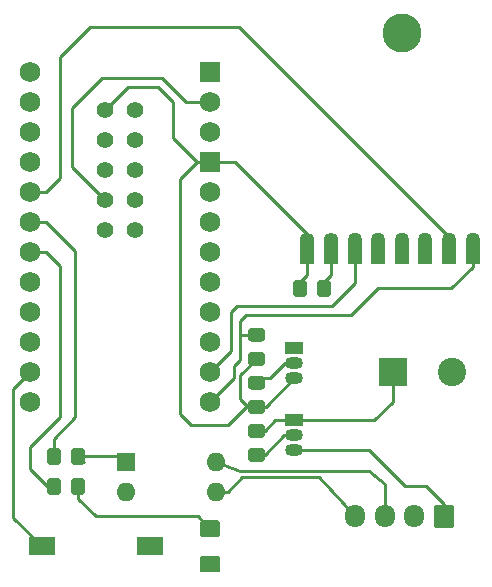
<source format=gtl>
G04 #@! TF.GenerationSoftware,KiCad,Pcbnew,5.1.5*
G04 #@! TF.CreationDate,2020-01-24T16:15:15+01:00*
G04 #@! TF.ProjectId,HM-LC-Dim1PWM-Linear,484d2d4c-432d-4446-996d-3150574d2d4c,rev?*
G04 #@! TF.SameCoordinates,Original*
G04 #@! TF.FileFunction,Copper,L1,Top*
G04 #@! TF.FilePolarity,Positive*
%FSLAX46Y46*%
G04 Gerber Fmt 4.6, Leading zero omitted, Abs format (unit mm)*
G04 Created by KiCad (PCBNEW 5.1.5) date 2020-01-24 16:15:15*
%MOMM*%
%LPD*%
G04 APERTURE LIST*
%ADD10C,0.100000*%
%ADD11O,1.270000X1.270000*%
%ADD12C,1.270000*%
%ADD13C,3.300000*%
%ADD14R,1.200000X2.000000*%
%ADD15C,1.727200*%
%ADD16R,1.727200X1.727200*%
%ADD17C,1.400000*%
%ADD18R,2.400000X2.400000*%
%ADD19C,2.400000*%
%ADD20R,2.180000X1.600000*%
%ADD21O,1.500000X1.050000*%
%ADD22R,1.500000X1.050000*%
%ADD23R,1.600000X1.600000*%
%ADD24O,1.600000X1.600000*%
%ADD25O,1.700000X1.950000*%
%ADD26C,0.800000*%
%ADD27C,0.250000*%
G04 APERTURE END LIST*
G04 #@! TA.AperFunction,SMDPad,CuDef*
D10*
G36*
X154271505Y-120203204D02*
G01*
X154295773Y-120206804D01*
X154319572Y-120212765D01*
X154342671Y-120221030D01*
X154364850Y-120231520D01*
X154385893Y-120244132D01*
X154405599Y-120258747D01*
X154423777Y-120275223D01*
X154440253Y-120293401D01*
X154454868Y-120313107D01*
X154467480Y-120334150D01*
X154477970Y-120356329D01*
X154486235Y-120379428D01*
X154492196Y-120403227D01*
X154495796Y-120427495D01*
X154497000Y-120451999D01*
X154497000Y-121102001D01*
X154495796Y-121126505D01*
X154492196Y-121150773D01*
X154486235Y-121174572D01*
X154477970Y-121197671D01*
X154467480Y-121219850D01*
X154454868Y-121240893D01*
X154440253Y-121260599D01*
X154423777Y-121278777D01*
X154405599Y-121295253D01*
X154385893Y-121309868D01*
X154364850Y-121322480D01*
X154342671Y-121332970D01*
X154319572Y-121341235D01*
X154295773Y-121347196D01*
X154271505Y-121350796D01*
X154247001Y-121352000D01*
X153346999Y-121352000D01*
X153322495Y-121350796D01*
X153298227Y-121347196D01*
X153274428Y-121341235D01*
X153251329Y-121332970D01*
X153229150Y-121322480D01*
X153208107Y-121309868D01*
X153188401Y-121295253D01*
X153170223Y-121278777D01*
X153153747Y-121260599D01*
X153139132Y-121240893D01*
X153126520Y-121219850D01*
X153116030Y-121197671D01*
X153107765Y-121174572D01*
X153101804Y-121150773D01*
X153098204Y-121126505D01*
X153097000Y-121102001D01*
X153097000Y-120451999D01*
X153098204Y-120427495D01*
X153101804Y-120403227D01*
X153107765Y-120379428D01*
X153116030Y-120356329D01*
X153126520Y-120334150D01*
X153139132Y-120313107D01*
X153153747Y-120293401D01*
X153170223Y-120275223D01*
X153188401Y-120258747D01*
X153208107Y-120244132D01*
X153229150Y-120231520D01*
X153251329Y-120221030D01*
X153274428Y-120212765D01*
X153298227Y-120206804D01*
X153322495Y-120203204D01*
X153346999Y-120202000D01*
X154247001Y-120202000D01*
X154271505Y-120203204D01*
G37*
G04 #@! TD.AperFunction*
G04 #@! TA.AperFunction,SMDPad,CuDef*
G36*
X154271505Y-118153204D02*
G01*
X154295773Y-118156804D01*
X154319572Y-118162765D01*
X154342671Y-118171030D01*
X154364850Y-118181520D01*
X154385893Y-118194132D01*
X154405599Y-118208747D01*
X154423777Y-118225223D01*
X154440253Y-118243401D01*
X154454868Y-118263107D01*
X154467480Y-118284150D01*
X154477970Y-118306329D01*
X154486235Y-118329428D01*
X154492196Y-118353227D01*
X154495796Y-118377495D01*
X154497000Y-118401999D01*
X154497000Y-119052001D01*
X154495796Y-119076505D01*
X154492196Y-119100773D01*
X154486235Y-119124572D01*
X154477970Y-119147671D01*
X154467480Y-119169850D01*
X154454868Y-119190893D01*
X154440253Y-119210599D01*
X154423777Y-119228777D01*
X154405599Y-119245253D01*
X154385893Y-119259868D01*
X154364850Y-119272480D01*
X154342671Y-119282970D01*
X154319572Y-119291235D01*
X154295773Y-119297196D01*
X154271505Y-119300796D01*
X154247001Y-119302000D01*
X153346999Y-119302000D01*
X153322495Y-119300796D01*
X153298227Y-119297196D01*
X153274428Y-119291235D01*
X153251329Y-119282970D01*
X153229150Y-119272480D01*
X153208107Y-119259868D01*
X153188401Y-119245253D01*
X153170223Y-119228777D01*
X153153747Y-119210599D01*
X153139132Y-119190893D01*
X153126520Y-119169850D01*
X153116030Y-119147671D01*
X153107765Y-119124572D01*
X153101804Y-119100773D01*
X153098204Y-119076505D01*
X153097000Y-119052001D01*
X153097000Y-118401999D01*
X153098204Y-118377495D01*
X153101804Y-118353227D01*
X153107765Y-118329428D01*
X153116030Y-118306329D01*
X153126520Y-118284150D01*
X153139132Y-118263107D01*
X153153747Y-118243401D01*
X153170223Y-118225223D01*
X153188401Y-118208747D01*
X153208107Y-118194132D01*
X153229150Y-118181520D01*
X153251329Y-118171030D01*
X153274428Y-118162765D01*
X153298227Y-118156804D01*
X153322495Y-118153204D01*
X153346999Y-118152000D01*
X154247001Y-118152000D01*
X154271505Y-118153204D01*
G37*
G04 #@! TD.AperFunction*
G04 #@! TA.AperFunction,SMDPad,CuDef*
G36*
X154271505Y-128340204D02*
G01*
X154295773Y-128343804D01*
X154319572Y-128349765D01*
X154342671Y-128358030D01*
X154364850Y-128368520D01*
X154385893Y-128381132D01*
X154405599Y-128395747D01*
X154423777Y-128412223D01*
X154440253Y-128430401D01*
X154454868Y-128450107D01*
X154467480Y-128471150D01*
X154477970Y-128493329D01*
X154486235Y-128516428D01*
X154492196Y-128540227D01*
X154495796Y-128564495D01*
X154497000Y-128588999D01*
X154497000Y-129239001D01*
X154495796Y-129263505D01*
X154492196Y-129287773D01*
X154486235Y-129311572D01*
X154477970Y-129334671D01*
X154467480Y-129356850D01*
X154454868Y-129377893D01*
X154440253Y-129397599D01*
X154423777Y-129415777D01*
X154405599Y-129432253D01*
X154385893Y-129446868D01*
X154364850Y-129459480D01*
X154342671Y-129469970D01*
X154319572Y-129478235D01*
X154295773Y-129484196D01*
X154271505Y-129487796D01*
X154247001Y-129489000D01*
X153346999Y-129489000D01*
X153322495Y-129487796D01*
X153298227Y-129484196D01*
X153274428Y-129478235D01*
X153251329Y-129469970D01*
X153229150Y-129459480D01*
X153208107Y-129446868D01*
X153188401Y-129432253D01*
X153170223Y-129415777D01*
X153153747Y-129397599D01*
X153139132Y-129377893D01*
X153126520Y-129356850D01*
X153116030Y-129334671D01*
X153107765Y-129311572D01*
X153101804Y-129287773D01*
X153098204Y-129263505D01*
X153097000Y-129239001D01*
X153097000Y-128588999D01*
X153098204Y-128564495D01*
X153101804Y-128540227D01*
X153107765Y-128516428D01*
X153116030Y-128493329D01*
X153126520Y-128471150D01*
X153139132Y-128450107D01*
X153153747Y-128430401D01*
X153170223Y-128412223D01*
X153188401Y-128395747D01*
X153208107Y-128381132D01*
X153229150Y-128368520D01*
X153251329Y-128358030D01*
X153274428Y-128349765D01*
X153298227Y-128343804D01*
X153322495Y-128340204D01*
X153346999Y-128339000D01*
X154247001Y-128339000D01*
X154271505Y-128340204D01*
G37*
G04 #@! TD.AperFunction*
G04 #@! TA.AperFunction,SMDPad,CuDef*
G36*
X154271505Y-126290204D02*
G01*
X154295773Y-126293804D01*
X154319572Y-126299765D01*
X154342671Y-126308030D01*
X154364850Y-126318520D01*
X154385893Y-126331132D01*
X154405599Y-126345747D01*
X154423777Y-126362223D01*
X154440253Y-126380401D01*
X154454868Y-126400107D01*
X154467480Y-126421150D01*
X154477970Y-126443329D01*
X154486235Y-126466428D01*
X154492196Y-126490227D01*
X154495796Y-126514495D01*
X154497000Y-126538999D01*
X154497000Y-127189001D01*
X154495796Y-127213505D01*
X154492196Y-127237773D01*
X154486235Y-127261572D01*
X154477970Y-127284671D01*
X154467480Y-127306850D01*
X154454868Y-127327893D01*
X154440253Y-127347599D01*
X154423777Y-127365777D01*
X154405599Y-127382253D01*
X154385893Y-127396868D01*
X154364850Y-127409480D01*
X154342671Y-127419970D01*
X154319572Y-127428235D01*
X154295773Y-127434196D01*
X154271505Y-127437796D01*
X154247001Y-127439000D01*
X153346999Y-127439000D01*
X153322495Y-127437796D01*
X153298227Y-127434196D01*
X153274428Y-127428235D01*
X153251329Y-127419970D01*
X153229150Y-127409480D01*
X153208107Y-127396868D01*
X153188401Y-127382253D01*
X153170223Y-127365777D01*
X153153747Y-127347599D01*
X153139132Y-127327893D01*
X153126520Y-127306850D01*
X153116030Y-127284671D01*
X153107765Y-127261572D01*
X153101804Y-127237773D01*
X153098204Y-127213505D01*
X153097000Y-127189001D01*
X153097000Y-126538999D01*
X153098204Y-126514495D01*
X153101804Y-126490227D01*
X153107765Y-126466428D01*
X153116030Y-126443329D01*
X153126520Y-126421150D01*
X153139132Y-126400107D01*
X153153747Y-126380401D01*
X153170223Y-126362223D01*
X153188401Y-126345747D01*
X153208107Y-126331132D01*
X153229150Y-126318520D01*
X153251329Y-126308030D01*
X153274428Y-126299765D01*
X153298227Y-126293804D01*
X153322495Y-126290204D01*
X153346999Y-126289000D01*
X154247001Y-126289000D01*
X154271505Y-126290204D01*
G37*
G04 #@! TD.AperFunction*
D11*
X158100000Y-110744000D03*
X160100000Y-110744000D03*
D12*
X162100000Y-110744000D03*
X164100000Y-110744000D03*
X166100000Y-110744000D03*
X168100000Y-110744000D03*
X170100000Y-110744000D03*
X172100000Y-110744000D03*
D13*
X166116000Y-93218000D03*
D14*
X158100000Y-111744000D03*
X160100000Y-111744000D03*
X162100000Y-111744000D03*
X164100000Y-111744000D03*
X166100000Y-111744000D03*
X168100000Y-111744000D03*
X170100000Y-111744000D03*
X172100000Y-111744000D03*
D15*
X134620000Y-124460000D03*
X134620000Y-121920000D03*
X134620000Y-116840000D03*
X134620000Y-119380000D03*
X134620000Y-109220000D03*
X134620000Y-106680000D03*
X134620000Y-111760000D03*
X134620000Y-114300000D03*
X134620000Y-104140000D03*
X134620000Y-101600000D03*
X134620000Y-96520000D03*
X134620000Y-99060000D03*
X149860000Y-99060000D03*
D16*
X149860000Y-96520000D03*
D15*
X149860000Y-101600000D03*
D16*
X149860000Y-104140000D03*
D15*
X149860000Y-114300000D03*
X149860000Y-111760000D03*
X149860000Y-106680000D03*
X149860000Y-109220000D03*
X149860000Y-119380000D03*
X149860000Y-116840000D03*
X149860000Y-121920000D03*
X149860000Y-124460000D03*
D17*
X140970000Y-109855000D03*
X143510000Y-109855000D03*
X140970000Y-107315000D03*
X143510000Y-107315000D03*
X140970000Y-104775000D03*
X143510000Y-104775000D03*
X143510000Y-102235000D03*
X140970000Y-102235000D03*
X140970000Y-99695000D03*
X143510000Y-99695000D03*
D18*
X165354000Y-121920000D03*
D19*
X170354000Y-121920000D03*
G04 #@! TA.AperFunction,SMDPad,CuDef*
D10*
G36*
X157820505Y-114109204D02*
G01*
X157844773Y-114112804D01*
X157868572Y-114118765D01*
X157891671Y-114127030D01*
X157913850Y-114137520D01*
X157934893Y-114150132D01*
X157954599Y-114164747D01*
X157972777Y-114181223D01*
X157989253Y-114199401D01*
X158003868Y-114219107D01*
X158016480Y-114240150D01*
X158026970Y-114262329D01*
X158035235Y-114285428D01*
X158041196Y-114309227D01*
X158044796Y-114333495D01*
X158046000Y-114357999D01*
X158046000Y-115258001D01*
X158044796Y-115282505D01*
X158041196Y-115306773D01*
X158035235Y-115330572D01*
X158026970Y-115353671D01*
X158016480Y-115375850D01*
X158003868Y-115396893D01*
X157989253Y-115416599D01*
X157972777Y-115434777D01*
X157954599Y-115451253D01*
X157934893Y-115465868D01*
X157913850Y-115478480D01*
X157891671Y-115488970D01*
X157868572Y-115497235D01*
X157844773Y-115503196D01*
X157820505Y-115506796D01*
X157796001Y-115508000D01*
X157145999Y-115508000D01*
X157121495Y-115506796D01*
X157097227Y-115503196D01*
X157073428Y-115497235D01*
X157050329Y-115488970D01*
X157028150Y-115478480D01*
X157007107Y-115465868D01*
X156987401Y-115451253D01*
X156969223Y-115434777D01*
X156952747Y-115416599D01*
X156938132Y-115396893D01*
X156925520Y-115375850D01*
X156915030Y-115353671D01*
X156906765Y-115330572D01*
X156900804Y-115306773D01*
X156897204Y-115282505D01*
X156896000Y-115258001D01*
X156896000Y-114357999D01*
X156897204Y-114333495D01*
X156900804Y-114309227D01*
X156906765Y-114285428D01*
X156915030Y-114262329D01*
X156925520Y-114240150D01*
X156938132Y-114219107D01*
X156952747Y-114199401D01*
X156969223Y-114181223D01*
X156987401Y-114164747D01*
X157007107Y-114150132D01*
X157028150Y-114137520D01*
X157050329Y-114127030D01*
X157073428Y-114118765D01*
X157097227Y-114112804D01*
X157121495Y-114109204D01*
X157145999Y-114108000D01*
X157796001Y-114108000D01*
X157820505Y-114109204D01*
G37*
G04 #@! TD.AperFunction*
G04 #@! TA.AperFunction,SMDPad,CuDef*
G36*
X159870505Y-114109204D02*
G01*
X159894773Y-114112804D01*
X159918572Y-114118765D01*
X159941671Y-114127030D01*
X159963850Y-114137520D01*
X159984893Y-114150132D01*
X160004599Y-114164747D01*
X160022777Y-114181223D01*
X160039253Y-114199401D01*
X160053868Y-114219107D01*
X160066480Y-114240150D01*
X160076970Y-114262329D01*
X160085235Y-114285428D01*
X160091196Y-114309227D01*
X160094796Y-114333495D01*
X160096000Y-114357999D01*
X160096000Y-115258001D01*
X160094796Y-115282505D01*
X160091196Y-115306773D01*
X160085235Y-115330572D01*
X160076970Y-115353671D01*
X160066480Y-115375850D01*
X160053868Y-115396893D01*
X160039253Y-115416599D01*
X160022777Y-115434777D01*
X160004599Y-115451253D01*
X159984893Y-115465868D01*
X159963850Y-115478480D01*
X159941671Y-115488970D01*
X159918572Y-115497235D01*
X159894773Y-115503196D01*
X159870505Y-115506796D01*
X159846001Y-115508000D01*
X159195999Y-115508000D01*
X159171495Y-115506796D01*
X159147227Y-115503196D01*
X159123428Y-115497235D01*
X159100329Y-115488970D01*
X159078150Y-115478480D01*
X159057107Y-115465868D01*
X159037401Y-115451253D01*
X159019223Y-115434777D01*
X159002747Y-115416599D01*
X158988132Y-115396893D01*
X158975520Y-115375850D01*
X158965030Y-115353671D01*
X158956765Y-115330572D01*
X158950804Y-115306773D01*
X158947204Y-115282505D01*
X158946000Y-115258001D01*
X158946000Y-114357999D01*
X158947204Y-114333495D01*
X158950804Y-114309227D01*
X158956765Y-114285428D01*
X158965030Y-114262329D01*
X158975520Y-114240150D01*
X158988132Y-114219107D01*
X159002747Y-114199401D01*
X159019223Y-114181223D01*
X159037401Y-114164747D01*
X159057107Y-114150132D01*
X159078150Y-114137520D01*
X159100329Y-114127030D01*
X159123428Y-114118765D01*
X159147227Y-114112804D01*
X159171495Y-114109204D01*
X159195999Y-114108000D01*
X159846001Y-114108000D01*
X159870505Y-114109204D01*
G37*
G04 #@! TD.AperFunction*
G04 #@! TA.AperFunction,SMDPad,CuDef*
G36*
X150509504Y-137428204D02*
G01*
X150533773Y-137431804D01*
X150557571Y-137437765D01*
X150580671Y-137446030D01*
X150602849Y-137456520D01*
X150623893Y-137469133D01*
X150643598Y-137483747D01*
X150661777Y-137500223D01*
X150678253Y-137518402D01*
X150692867Y-137538107D01*
X150705480Y-137559151D01*
X150715970Y-137581329D01*
X150724235Y-137604429D01*
X150730196Y-137628227D01*
X150733796Y-137652496D01*
X150735000Y-137677000D01*
X150735000Y-138602000D01*
X150733796Y-138626504D01*
X150730196Y-138650773D01*
X150724235Y-138674571D01*
X150715970Y-138697671D01*
X150705480Y-138719849D01*
X150692867Y-138740893D01*
X150678253Y-138760598D01*
X150661777Y-138778777D01*
X150643598Y-138795253D01*
X150623893Y-138809867D01*
X150602849Y-138822480D01*
X150580671Y-138832970D01*
X150557571Y-138841235D01*
X150533773Y-138847196D01*
X150509504Y-138850796D01*
X150485000Y-138852000D01*
X149235000Y-138852000D01*
X149210496Y-138850796D01*
X149186227Y-138847196D01*
X149162429Y-138841235D01*
X149139329Y-138832970D01*
X149117151Y-138822480D01*
X149096107Y-138809867D01*
X149076402Y-138795253D01*
X149058223Y-138778777D01*
X149041747Y-138760598D01*
X149027133Y-138740893D01*
X149014520Y-138719849D01*
X149004030Y-138697671D01*
X148995765Y-138674571D01*
X148989804Y-138650773D01*
X148986204Y-138626504D01*
X148985000Y-138602000D01*
X148985000Y-137677000D01*
X148986204Y-137652496D01*
X148989804Y-137628227D01*
X148995765Y-137604429D01*
X149004030Y-137581329D01*
X149014520Y-137559151D01*
X149027133Y-137538107D01*
X149041747Y-137518402D01*
X149058223Y-137500223D01*
X149076402Y-137483747D01*
X149096107Y-137469133D01*
X149117151Y-137456520D01*
X149139329Y-137446030D01*
X149162429Y-137437765D01*
X149186227Y-137431804D01*
X149210496Y-137428204D01*
X149235000Y-137427000D01*
X150485000Y-137427000D01*
X150509504Y-137428204D01*
G37*
G04 #@! TD.AperFunction*
G04 #@! TA.AperFunction,SMDPad,CuDef*
G36*
X150509504Y-134453204D02*
G01*
X150533773Y-134456804D01*
X150557571Y-134462765D01*
X150580671Y-134471030D01*
X150602849Y-134481520D01*
X150623893Y-134494133D01*
X150643598Y-134508747D01*
X150661777Y-134525223D01*
X150678253Y-134543402D01*
X150692867Y-134563107D01*
X150705480Y-134584151D01*
X150715970Y-134606329D01*
X150724235Y-134629429D01*
X150730196Y-134653227D01*
X150733796Y-134677496D01*
X150735000Y-134702000D01*
X150735000Y-135627000D01*
X150733796Y-135651504D01*
X150730196Y-135675773D01*
X150724235Y-135699571D01*
X150715970Y-135722671D01*
X150705480Y-135744849D01*
X150692867Y-135765893D01*
X150678253Y-135785598D01*
X150661777Y-135803777D01*
X150643598Y-135820253D01*
X150623893Y-135834867D01*
X150602849Y-135847480D01*
X150580671Y-135857970D01*
X150557571Y-135866235D01*
X150533773Y-135872196D01*
X150509504Y-135875796D01*
X150485000Y-135877000D01*
X149235000Y-135877000D01*
X149210496Y-135875796D01*
X149186227Y-135872196D01*
X149162429Y-135866235D01*
X149139329Y-135857970D01*
X149117151Y-135847480D01*
X149096107Y-135834867D01*
X149076402Y-135820253D01*
X149058223Y-135803777D01*
X149041747Y-135785598D01*
X149027133Y-135765893D01*
X149014520Y-135744849D01*
X149004030Y-135722671D01*
X148995765Y-135699571D01*
X148989804Y-135675773D01*
X148986204Y-135651504D01*
X148985000Y-135627000D01*
X148985000Y-134702000D01*
X148986204Y-134677496D01*
X148989804Y-134653227D01*
X148995765Y-134629429D01*
X149004030Y-134606329D01*
X149014520Y-134584151D01*
X149027133Y-134563107D01*
X149041747Y-134543402D01*
X149058223Y-134525223D01*
X149076402Y-134508747D01*
X149096107Y-134494133D01*
X149117151Y-134481520D01*
X149139329Y-134471030D01*
X149162429Y-134462765D01*
X149186227Y-134456804D01*
X149210496Y-134453204D01*
X149235000Y-134452000D01*
X150485000Y-134452000D01*
X150509504Y-134453204D01*
G37*
G04 #@! TD.AperFunction*
G04 #@! TA.AperFunction,SMDPad,CuDef*
G36*
X136992505Y-130873204D02*
G01*
X137016773Y-130876804D01*
X137040572Y-130882765D01*
X137063671Y-130891030D01*
X137085850Y-130901520D01*
X137106893Y-130914132D01*
X137126599Y-130928747D01*
X137144777Y-130945223D01*
X137161253Y-130963401D01*
X137175868Y-130983107D01*
X137188480Y-131004150D01*
X137198970Y-131026329D01*
X137207235Y-131049428D01*
X137213196Y-131073227D01*
X137216796Y-131097495D01*
X137218000Y-131121999D01*
X137218000Y-132022001D01*
X137216796Y-132046505D01*
X137213196Y-132070773D01*
X137207235Y-132094572D01*
X137198970Y-132117671D01*
X137188480Y-132139850D01*
X137175868Y-132160893D01*
X137161253Y-132180599D01*
X137144777Y-132198777D01*
X137126599Y-132215253D01*
X137106893Y-132229868D01*
X137085850Y-132242480D01*
X137063671Y-132252970D01*
X137040572Y-132261235D01*
X137016773Y-132267196D01*
X136992505Y-132270796D01*
X136968001Y-132272000D01*
X136317999Y-132272000D01*
X136293495Y-132270796D01*
X136269227Y-132267196D01*
X136245428Y-132261235D01*
X136222329Y-132252970D01*
X136200150Y-132242480D01*
X136179107Y-132229868D01*
X136159401Y-132215253D01*
X136141223Y-132198777D01*
X136124747Y-132180599D01*
X136110132Y-132160893D01*
X136097520Y-132139850D01*
X136087030Y-132117671D01*
X136078765Y-132094572D01*
X136072804Y-132070773D01*
X136069204Y-132046505D01*
X136068000Y-132022001D01*
X136068000Y-131121999D01*
X136069204Y-131097495D01*
X136072804Y-131073227D01*
X136078765Y-131049428D01*
X136087030Y-131026329D01*
X136097520Y-131004150D01*
X136110132Y-130983107D01*
X136124747Y-130963401D01*
X136141223Y-130945223D01*
X136159401Y-130928747D01*
X136179107Y-130914132D01*
X136200150Y-130901520D01*
X136222329Y-130891030D01*
X136245428Y-130882765D01*
X136269227Y-130876804D01*
X136293495Y-130873204D01*
X136317999Y-130872000D01*
X136968001Y-130872000D01*
X136992505Y-130873204D01*
G37*
G04 #@! TD.AperFunction*
G04 #@! TA.AperFunction,SMDPad,CuDef*
G36*
X139042505Y-130873204D02*
G01*
X139066773Y-130876804D01*
X139090572Y-130882765D01*
X139113671Y-130891030D01*
X139135850Y-130901520D01*
X139156893Y-130914132D01*
X139176599Y-130928747D01*
X139194777Y-130945223D01*
X139211253Y-130963401D01*
X139225868Y-130983107D01*
X139238480Y-131004150D01*
X139248970Y-131026329D01*
X139257235Y-131049428D01*
X139263196Y-131073227D01*
X139266796Y-131097495D01*
X139268000Y-131121999D01*
X139268000Y-132022001D01*
X139266796Y-132046505D01*
X139263196Y-132070773D01*
X139257235Y-132094572D01*
X139248970Y-132117671D01*
X139238480Y-132139850D01*
X139225868Y-132160893D01*
X139211253Y-132180599D01*
X139194777Y-132198777D01*
X139176599Y-132215253D01*
X139156893Y-132229868D01*
X139135850Y-132242480D01*
X139113671Y-132252970D01*
X139090572Y-132261235D01*
X139066773Y-132267196D01*
X139042505Y-132270796D01*
X139018001Y-132272000D01*
X138367999Y-132272000D01*
X138343495Y-132270796D01*
X138319227Y-132267196D01*
X138295428Y-132261235D01*
X138272329Y-132252970D01*
X138250150Y-132242480D01*
X138229107Y-132229868D01*
X138209401Y-132215253D01*
X138191223Y-132198777D01*
X138174747Y-132180599D01*
X138160132Y-132160893D01*
X138147520Y-132139850D01*
X138137030Y-132117671D01*
X138128765Y-132094572D01*
X138122804Y-132070773D01*
X138119204Y-132046505D01*
X138118000Y-132022001D01*
X138118000Y-131121999D01*
X138119204Y-131097495D01*
X138122804Y-131073227D01*
X138128765Y-131049428D01*
X138137030Y-131026329D01*
X138147520Y-131004150D01*
X138160132Y-130983107D01*
X138174747Y-130963401D01*
X138191223Y-130945223D01*
X138209401Y-130928747D01*
X138229107Y-130914132D01*
X138250150Y-130901520D01*
X138272329Y-130891030D01*
X138295428Y-130882765D01*
X138319227Y-130876804D01*
X138343495Y-130873204D01*
X138367999Y-130872000D01*
X139018001Y-130872000D01*
X139042505Y-130873204D01*
G37*
G04 #@! TD.AperFunction*
G04 #@! TA.AperFunction,SMDPad,CuDef*
G36*
X136992505Y-128333204D02*
G01*
X137016773Y-128336804D01*
X137040572Y-128342765D01*
X137063671Y-128351030D01*
X137085850Y-128361520D01*
X137106893Y-128374132D01*
X137126599Y-128388747D01*
X137144777Y-128405223D01*
X137161253Y-128423401D01*
X137175868Y-128443107D01*
X137188480Y-128464150D01*
X137198970Y-128486329D01*
X137207235Y-128509428D01*
X137213196Y-128533227D01*
X137216796Y-128557495D01*
X137218000Y-128581999D01*
X137218000Y-129482001D01*
X137216796Y-129506505D01*
X137213196Y-129530773D01*
X137207235Y-129554572D01*
X137198970Y-129577671D01*
X137188480Y-129599850D01*
X137175868Y-129620893D01*
X137161253Y-129640599D01*
X137144777Y-129658777D01*
X137126599Y-129675253D01*
X137106893Y-129689868D01*
X137085850Y-129702480D01*
X137063671Y-129712970D01*
X137040572Y-129721235D01*
X137016773Y-129727196D01*
X136992505Y-129730796D01*
X136968001Y-129732000D01*
X136317999Y-129732000D01*
X136293495Y-129730796D01*
X136269227Y-129727196D01*
X136245428Y-129721235D01*
X136222329Y-129712970D01*
X136200150Y-129702480D01*
X136179107Y-129689868D01*
X136159401Y-129675253D01*
X136141223Y-129658777D01*
X136124747Y-129640599D01*
X136110132Y-129620893D01*
X136097520Y-129599850D01*
X136087030Y-129577671D01*
X136078765Y-129554572D01*
X136072804Y-129530773D01*
X136069204Y-129506505D01*
X136068000Y-129482001D01*
X136068000Y-128581999D01*
X136069204Y-128557495D01*
X136072804Y-128533227D01*
X136078765Y-128509428D01*
X136087030Y-128486329D01*
X136097520Y-128464150D01*
X136110132Y-128443107D01*
X136124747Y-128423401D01*
X136141223Y-128405223D01*
X136159401Y-128388747D01*
X136179107Y-128374132D01*
X136200150Y-128361520D01*
X136222329Y-128351030D01*
X136245428Y-128342765D01*
X136269227Y-128336804D01*
X136293495Y-128333204D01*
X136317999Y-128332000D01*
X136968001Y-128332000D01*
X136992505Y-128333204D01*
G37*
G04 #@! TD.AperFunction*
G04 #@! TA.AperFunction,SMDPad,CuDef*
G36*
X139042505Y-128333204D02*
G01*
X139066773Y-128336804D01*
X139090572Y-128342765D01*
X139113671Y-128351030D01*
X139135850Y-128361520D01*
X139156893Y-128374132D01*
X139176599Y-128388747D01*
X139194777Y-128405223D01*
X139211253Y-128423401D01*
X139225868Y-128443107D01*
X139238480Y-128464150D01*
X139248970Y-128486329D01*
X139257235Y-128509428D01*
X139263196Y-128533227D01*
X139266796Y-128557495D01*
X139268000Y-128581999D01*
X139268000Y-129482001D01*
X139266796Y-129506505D01*
X139263196Y-129530773D01*
X139257235Y-129554572D01*
X139248970Y-129577671D01*
X139238480Y-129599850D01*
X139225868Y-129620893D01*
X139211253Y-129640599D01*
X139194777Y-129658777D01*
X139176599Y-129675253D01*
X139156893Y-129689868D01*
X139135850Y-129702480D01*
X139113671Y-129712970D01*
X139090572Y-129721235D01*
X139066773Y-129727196D01*
X139042505Y-129730796D01*
X139018001Y-129732000D01*
X138367999Y-129732000D01*
X138343495Y-129730796D01*
X138319227Y-129727196D01*
X138295428Y-129721235D01*
X138272329Y-129712970D01*
X138250150Y-129702480D01*
X138229107Y-129689868D01*
X138209401Y-129675253D01*
X138191223Y-129658777D01*
X138174747Y-129640599D01*
X138160132Y-129620893D01*
X138147520Y-129599850D01*
X138137030Y-129577671D01*
X138128765Y-129554572D01*
X138122804Y-129530773D01*
X138119204Y-129506505D01*
X138118000Y-129482001D01*
X138118000Y-128581999D01*
X138119204Y-128557495D01*
X138122804Y-128533227D01*
X138128765Y-128509428D01*
X138137030Y-128486329D01*
X138147520Y-128464150D01*
X138160132Y-128443107D01*
X138174747Y-128423401D01*
X138191223Y-128405223D01*
X138209401Y-128388747D01*
X138229107Y-128374132D01*
X138250150Y-128361520D01*
X138272329Y-128351030D01*
X138295428Y-128342765D01*
X138319227Y-128336804D01*
X138343495Y-128333204D01*
X138367999Y-128332000D01*
X139018001Y-128332000D01*
X139042505Y-128333204D01*
G37*
G04 #@! TD.AperFunction*
D20*
X144780000Y-136652000D03*
X135600000Y-136652000D03*
D21*
X156972000Y-127254000D03*
X156972000Y-128524000D03*
D22*
X156972000Y-125984000D03*
D23*
X142748000Y-129540000D03*
D24*
X150368000Y-132080000D03*
X142748000Y-132080000D03*
X150368000Y-129540000D03*
G04 #@! TA.AperFunction,ComponentPad*
D10*
G36*
X170296504Y-133138204D02*
G01*
X170320773Y-133141804D01*
X170344571Y-133147765D01*
X170367671Y-133156030D01*
X170389849Y-133166520D01*
X170410893Y-133179133D01*
X170430598Y-133193747D01*
X170448777Y-133210223D01*
X170465253Y-133228402D01*
X170479867Y-133248107D01*
X170492480Y-133269151D01*
X170502970Y-133291329D01*
X170511235Y-133314429D01*
X170517196Y-133338227D01*
X170520796Y-133362496D01*
X170522000Y-133387000D01*
X170522000Y-134837000D01*
X170520796Y-134861504D01*
X170517196Y-134885773D01*
X170511235Y-134909571D01*
X170502970Y-134932671D01*
X170492480Y-134954849D01*
X170479867Y-134975893D01*
X170465253Y-134995598D01*
X170448777Y-135013777D01*
X170430598Y-135030253D01*
X170410893Y-135044867D01*
X170389849Y-135057480D01*
X170367671Y-135067970D01*
X170344571Y-135076235D01*
X170320773Y-135082196D01*
X170296504Y-135085796D01*
X170272000Y-135087000D01*
X169072000Y-135087000D01*
X169047496Y-135085796D01*
X169023227Y-135082196D01*
X168999429Y-135076235D01*
X168976329Y-135067970D01*
X168954151Y-135057480D01*
X168933107Y-135044867D01*
X168913402Y-135030253D01*
X168895223Y-135013777D01*
X168878747Y-134995598D01*
X168864133Y-134975893D01*
X168851520Y-134954849D01*
X168841030Y-134932671D01*
X168832765Y-134909571D01*
X168826804Y-134885773D01*
X168823204Y-134861504D01*
X168822000Y-134837000D01*
X168822000Y-133387000D01*
X168823204Y-133362496D01*
X168826804Y-133338227D01*
X168832765Y-133314429D01*
X168841030Y-133291329D01*
X168851520Y-133269151D01*
X168864133Y-133248107D01*
X168878747Y-133228402D01*
X168895223Y-133210223D01*
X168913402Y-133193747D01*
X168933107Y-133179133D01*
X168954151Y-133166520D01*
X168976329Y-133156030D01*
X168999429Y-133147765D01*
X169023227Y-133141804D01*
X169047496Y-133138204D01*
X169072000Y-133137000D01*
X170272000Y-133137000D01*
X170296504Y-133138204D01*
G37*
G04 #@! TD.AperFunction*
D25*
X167172000Y-134112000D03*
X164672000Y-134112000D03*
X162172000Y-134112000D03*
G04 #@! TA.AperFunction,SMDPad,CuDef*
D10*
G36*
X154271505Y-122217204D02*
G01*
X154295773Y-122220804D01*
X154319572Y-122226765D01*
X154342671Y-122235030D01*
X154364850Y-122245520D01*
X154385893Y-122258132D01*
X154405599Y-122272747D01*
X154423777Y-122289223D01*
X154440253Y-122307401D01*
X154454868Y-122327107D01*
X154467480Y-122348150D01*
X154477970Y-122370329D01*
X154486235Y-122393428D01*
X154492196Y-122417227D01*
X154495796Y-122441495D01*
X154497000Y-122465999D01*
X154497000Y-123116001D01*
X154495796Y-123140505D01*
X154492196Y-123164773D01*
X154486235Y-123188572D01*
X154477970Y-123211671D01*
X154467480Y-123233850D01*
X154454868Y-123254893D01*
X154440253Y-123274599D01*
X154423777Y-123292777D01*
X154405599Y-123309253D01*
X154385893Y-123323868D01*
X154364850Y-123336480D01*
X154342671Y-123346970D01*
X154319572Y-123355235D01*
X154295773Y-123361196D01*
X154271505Y-123364796D01*
X154247001Y-123366000D01*
X153346999Y-123366000D01*
X153322495Y-123364796D01*
X153298227Y-123361196D01*
X153274428Y-123355235D01*
X153251329Y-123346970D01*
X153229150Y-123336480D01*
X153208107Y-123323868D01*
X153188401Y-123309253D01*
X153170223Y-123292777D01*
X153153747Y-123274599D01*
X153139132Y-123254893D01*
X153126520Y-123233850D01*
X153116030Y-123211671D01*
X153107765Y-123188572D01*
X153101804Y-123164773D01*
X153098204Y-123140505D01*
X153097000Y-123116001D01*
X153097000Y-122465999D01*
X153098204Y-122441495D01*
X153101804Y-122417227D01*
X153107765Y-122393428D01*
X153116030Y-122370329D01*
X153126520Y-122348150D01*
X153139132Y-122327107D01*
X153153747Y-122307401D01*
X153170223Y-122289223D01*
X153188401Y-122272747D01*
X153208107Y-122258132D01*
X153229150Y-122245520D01*
X153251329Y-122235030D01*
X153274428Y-122226765D01*
X153298227Y-122220804D01*
X153322495Y-122217204D01*
X153346999Y-122216000D01*
X154247001Y-122216000D01*
X154271505Y-122217204D01*
G37*
G04 #@! TD.AperFunction*
G04 #@! TA.AperFunction,SMDPad,CuDef*
G36*
X154271505Y-124267204D02*
G01*
X154295773Y-124270804D01*
X154319572Y-124276765D01*
X154342671Y-124285030D01*
X154364850Y-124295520D01*
X154385893Y-124308132D01*
X154405599Y-124322747D01*
X154423777Y-124339223D01*
X154440253Y-124357401D01*
X154454868Y-124377107D01*
X154467480Y-124398150D01*
X154477970Y-124420329D01*
X154486235Y-124443428D01*
X154492196Y-124467227D01*
X154495796Y-124491495D01*
X154497000Y-124515999D01*
X154497000Y-125166001D01*
X154495796Y-125190505D01*
X154492196Y-125214773D01*
X154486235Y-125238572D01*
X154477970Y-125261671D01*
X154467480Y-125283850D01*
X154454868Y-125304893D01*
X154440253Y-125324599D01*
X154423777Y-125342777D01*
X154405599Y-125359253D01*
X154385893Y-125373868D01*
X154364850Y-125386480D01*
X154342671Y-125396970D01*
X154319572Y-125405235D01*
X154295773Y-125411196D01*
X154271505Y-125414796D01*
X154247001Y-125416000D01*
X153346999Y-125416000D01*
X153322495Y-125414796D01*
X153298227Y-125411196D01*
X153274428Y-125405235D01*
X153251329Y-125396970D01*
X153229150Y-125386480D01*
X153208107Y-125373868D01*
X153188401Y-125359253D01*
X153170223Y-125342777D01*
X153153747Y-125324599D01*
X153139132Y-125304893D01*
X153126520Y-125283850D01*
X153116030Y-125261671D01*
X153107765Y-125238572D01*
X153101804Y-125214773D01*
X153098204Y-125190505D01*
X153097000Y-125166001D01*
X153097000Y-124515999D01*
X153098204Y-124491495D01*
X153101804Y-124467227D01*
X153107765Y-124443428D01*
X153116030Y-124420329D01*
X153126520Y-124398150D01*
X153139132Y-124377107D01*
X153153747Y-124357401D01*
X153170223Y-124339223D01*
X153188401Y-124322747D01*
X153208107Y-124308132D01*
X153229150Y-124295520D01*
X153251329Y-124285030D01*
X153274428Y-124276765D01*
X153298227Y-124270804D01*
X153322495Y-124267204D01*
X153346999Y-124266000D01*
X154247001Y-124266000D01*
X154271505Y-124267204D01*
G37*
G04 #@! TD.AperFunction*
D21*
X156972000Y-121158000D03*
X156972000Y-122428000D03*
D22*
X156972000Y-119888000D03*
D26*
X149860000Y-138176000D03*
X144780000Y-136652000D03*
D27*
X135969820Y-106680000D02*
X137160000Y-105489820D01*
X134620000Y-106680000D02*
X135969820Y-106680000D01*
X170100000Y-111490000D02*
X170100000Y-110240000D01*
X137160000Y-95250000D02*
X139700000Y-92710000D01*
X152320000Y-92710000D02*
X170100000Y-110490000D01*
X139700000Y-92710000D02*
X152320000Y-92710000D01*
X137160000Y-95250000D02*
X137160000Y-105489820D01*
X136643000Y-127517000D02*
X136643000Y-129032000D01*
X138430000Y-125730000D02*
X136643000Y-127517000D01*
X138430000Y-111680180D02*
X138430000Y-125730000D01*
X134620000Y-109220000D02*
X135969820Y-109220000D01*
X135969820Y-109220000D02*
X138430000Y-111680180D01*
X137160000Y-112950180D02*
X135969820Y-111760000D01*
X135969820Y-111760000D02*
X134620000Y-111760000D01*
X134620000Y-128270000D02*
X137160000Y-125730000D01*
X137160000Y-112950180D02*
X137160000Y-125730000D01*
X136068000Y-131572000D02*
X136643000Y-131572000D01*
X134620000Y-130124000D02*
X136068000Y-131572000D01*
X134620000Y-128270000D02*
X134620000Y-130124000D01*
X133195170Y-123344830D02*
X134620000Y-121920000D01*
X135600000Y-136652000D02*
X133195170Y-134247170D01*
X133195170Y-134247170D02*
X133195170Y-123344830D01*
X149510750Y-124460000D02*
X149860000Y-124460000D01*
X172100000Y-112740000D02*
X172100000Y-111490000D01*
X170286000Y-114808000D02*
X172100000Y-112994000D01*
X172100000Y-112994000D02*
X172100000Y-111744000D01*
X152908000Y-117094000D02*
X161798000Y-117094000D01*
X151892000Y-122428000D02*
X151892000Y-121412000D01*
X151892000Y-121412000D02*
X152400000Y-120904000D01*
X149860000Y-124460000D02*
X151892000Y-122428000D01*
X161798000Y-117094000D02*
X164084000Y-114808000D01*
X164084000Y-114808000D02*
X170286000Y-114808000D01*
X152400000Y-117602000D02*
X152908000Y-117094000D01*
X152418000Y-118727000D02*
X152400000Y-118745000D01*
X153797000Y-118727000D02*
X152418000Y-118727000D01*
X152400000Y-120904000D02*
X152400000Y-118745000D01*
X152400000Y-118745000D02*
X152400000Y-117602000D01*
X151638000Y-120142000D02*
X150723599Y-121056401D01*
X162100000Y-114379000D02*
X160147000Y-116332000D01*
X151638000Y-116840000D02*
X151638000Y-120142000D01*
X150723599Y-121056401D02*
X149860000Y-121920000D01*
X162100000Y-111744000D02*
X162100000Y-114379000D01*
X160147000Y-116332000D02*
X152146000Y-116332000D01*
X152146000Y-116332000D02*
X151638000Y-116840000D01*
X155972000Y-125984000D02*
X156972000Y-125984000D01*
X154497000Y-126864000D02*
X155377000Y-125984000D01*
X155377000Y-125984000D02*
X155972000Y-125984000D01*
X153797000Y-126864000D02*
X154497000Y-126864000D01*
X165354000Y-122174000D02*
X165100000Y-121920000D01*
X165354000Y-124386000D02*
X165354000Y-122174000D01*
X156972000Y-125984000D02*
X163756000Y-125984000D01*
X163756000Y-125984000D02*
X165354000Y-124386000D01*
X148746400Y-104140000D02*
X146685000Y-102078600D01*
X146685000Y-102078600D02*
X146685000Y-99060000D01*
X146685000Y-99060000D02*
X145415000Y-97790000D01*
X142875000Y-97790000D02*
X140970000Y-99695000D01*
X145415000Y-97790000D02*
X142875000Y-97790000D01*
X148746400Y-104140000D02*
X149860000Y-104140000D01*
X157480000Y-114300000D02*
X158100000Y-113680000D01*
X158100000Y-113680000D02*
X158100000Y-111744000D01*
X152000000Y-104140000D02*
X151209820Y-104140000D01*
X158100000Y-110744000D02*
X158100000Y-110240000D01*
X151209820Y-104140000D02*
X149860000Y-104140000D01*
X158100000Y-110240000D02*
X152000000Y-104140000D01*
X154559000Y-124841000D02*
X153797000Y-124841000D01*
X156972000Y-122428000D02*
X154559000Y-124841000D01*
X152908000Y-124841000D02*
X153797000Y-124841000D01*
X147320000Y-105566400D02*
X147320000Y-125476000D01*
X148746400Y-104140000D02*
X147320000Y-105566400D01*
X147320000Y-125476000D02*
X148209000Y-126365000D01*
X148209000Y-126365000D02*
X151384000Y-126365000D01*
X151384000Y-126365000D02*
X152908000Y-124841000D01*
X153797000Y-120777000D02*
X152400000Y-122174000D01*
X153097000Y-124841000D02*
X153797000Y-124841000D01*
X152400000Y-124144000D02*
X153097000Y-124841000D01*
X152400000Y-122174000D02*
X152400000Y-124144000D01*
X138176000Y-104521000D02*
X140970000Y-107315000D01*
X149860000Y-99060000D02*
X147828000Y-99060000D01*
X147828000Y-99060000D02*
X145796000Y-97028000D01*
X145796000Y-97028000D02*
X140716000Y-97028000D01*
X138176000Y-99568000D02*
X138176000Y-104521000D01*
X140716000Y-97028000D02*
X138176000Y-99568000D01*
X160100000Y-113712000D02*
X159512000Y-114300000D01*
X160100000Y-113712000D02*
X160100000Y-111744000D01*
X154497000Y-128914000D02*
X156157000Y-127254000D01*
X156157000Y-127254000D02*
X156972000Y-127254000D01*
X153797000Y-128914000D02*
X154497000Y-128914000D01*
X138693000Y-132597000D02*
X138693000Y-131572000D01*
X140208000Y-134112000D02*
X138693000Y-132597000D01*
X149860000Y-135164500D02*
X148807500Y-134112000D01*
X148807500Y-134112000D02*
X140208000Y-134112000D01*
X138693000Y-129032000D02*
X139201000Y-129540000D01*
X142240000Y-129032000D02*
X142748000Y-129540000D01*
X138693000Y-129032000D02*
X142240000Y-129032000D01*
X166329000Y-131572000D02*
X168148000Y-131572000D01*
X156972000Y-128524000D02*
X163281000Y-128524000D01*
X163281000Y-128524000D02*
X166329000Y-131572000D01*
X169672000Y-133096000D02*
X169672000Y-134112000D01*
X168148000Y-131572000D02*
X169672000Y-133096000D01*
X152400000Y-130302000D02*
X150368000Y-129540000D01*
X163322000Y-130302000D02*
X152400000Y-130302000D01*
X164672000Y-134112000D02*
X164672000Y-131398000D01*
X164672000Y-131398000D02*
X163322000Y-130302000D01*
X152527000Y-130810000D02*
X151384000Y-132080000D01*
X151384000Y-132080000D02*
X150368000Y-132080000D01*
X162172000Y-134112000D02*
X159124000Y-130810000D01*
X159124000Y-130810000D02*
X152527000Y-130810000D01*
X154160000Y-122428000D02*
X153797000Y-122791000D01*
X154940000Y-122428000D02*
X154160000Y-122428000D01*
X156972000Y-121158000D02*
X156210000Y-121158000D01*
X156210000Y-121158000D02*
X154940000Y-122428000D01*
M02*

</source>
